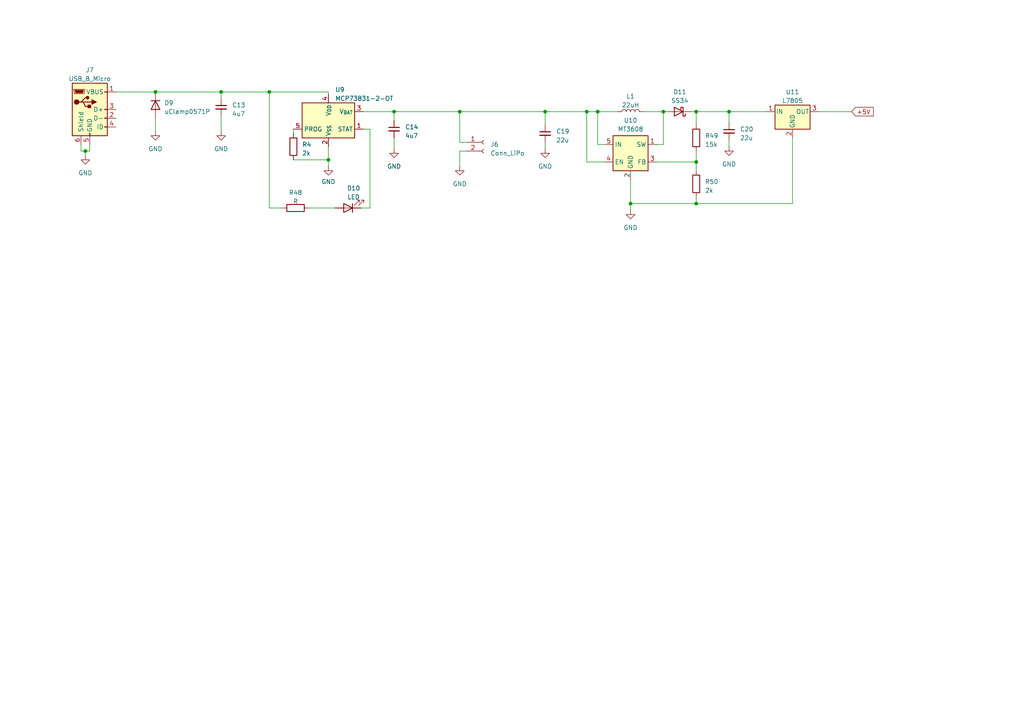
<source format=kicad_sch>
(kicad_sch (version 20230121) (generator eeschema)
  (paper "A4")
  (lib_symbols
    (symbol "Battery_Management:MCP73831-2-OT"
      (property "Reference" "U" (at -7.62 6.35 0))
      (property "Value" "MCP73831-2-OT" (at 1.27 6.35 0))
      (symbol "MCP73831-2-OT_0_1"
        (rectangle (start -7.62 5.08) (end 7.62 -5.08) (stroke (width 0.254)) (fill (type background)))
      )
      (symbol "MCP73831-2-OT_1_1"
        (pin output line (at 10.16 -2.54 180) (length 2.54) (name "STAT") (number "1"))
        (pin power_in line (at 0 -7.62 90) (length 2.54) (name "V_{SS}") (number "2"))
        (pin power_out line (at 10.16 2.54 180) (length 2.54) (name "V_{BAT}") (number "3"))
        (pin power_in line (at 0 7.62 270) (length 2.54) (name "V_{DD}") (number "4"))
        (pin input line (at -10.16 -2.54 0) (length 2.54) (name "PROG") (number "5"))
      )
    )
    (symbol "Connector:Conn_01x02_Socket" (pin_names (offset 1.016) hide)
      (property "Reference" "J" (at 0 2.54 0))
      (property "Value" "Conn_01x02_Socket" (at 0 -5.08 0))
      (symbol "Conn_01x02_Socket_1_1"
        (arc (start 0 -2.032) (mid -0.5058 -2.54) (end 0 -3.048) (stroke (width 0.1524)))
        (polyline (pts (xy -1.27 -2.54) (xy -0.508 -2.54)) (stroke (width 0.1524)))
        (polyline (pts (xy -1.27 0) (xy -0.508 0)) (stroke (width 0.1524)))
        (arc (start 0 0.508) (mid -0.5058 0) (end 0 -0.508) (stroke (width 0.1524)))
        (pin passive line (at -5.08 0 0) (length 3.81) (name "Pin_1") (number "1"))
        (pin passive line (at -5.08 -2.54 0) (length 3.81) (name "Pin_2") (number "2"))
      )
    )
    (symbol "Connector:USB_B_Micro" (pin_names (offset 1.016))
      (property "Reference" "J" (at -5.08 11.43 0))
      (property "Value" "USB_B_Micro" (at -5.08 8.89 0))
      (symbol "USB_B_Micro_0_1"
        (rectangle (start -5.08 -7.62) (end 5.08 7.62) (stroke (width 0.254)) (fill (type background)))
        (circle (center -3.81 2.159) (radius 0.635) (stroke (width 0.254)) (fill (type outline)))
        (circle (center -0.635 3.429) (radius 0.381) (stroke (width 0.254)) (fill (type outline)))
        (rectangle (start -0.127 -7.62) (end 0.127 -6.858))
        (polyline (pts (xy -1.905 2.159) (xy 0.635 2.159)) (stroke (width 0.254)))
        (polyline (pts (xy -3.175 2.159) (xy -2.54 2.159) (xy -1.27 3.429) (xy -0.635 3.429)) (stroke (width 0.254)))
        (polyline (pts (xy -2.54 2.159) (xy -1.905 2.159) (xy -1.27 0.889) (xy 0 0.889)) (stroke (width 0.254)))
        (polyline (pts (xy 0.635 2.794) (xy 0.635 1.524) (xy 1.905 2.159) (xy 0.635 2.794)) (stroke (width 0.254)) (fill (type outline)))
        (polyline (pts (xy -4.318 5.588) (xy -1.778 5.588) (xy -2.032 4.826) (xy -4.064 4.826) (xy -4.318 5.588)) (fill (type outline)))
        (polyline (pts (xy -4.699 5.842) (xy -4.699 5.588) (xy -4.445 4.826) (xy -4.445 4.572) (xy -1.651 4.572) (xy -1.651 4.826) (xy -1.397 5.588) (xy -1.397 5.842) (xy -4.699 5.842)))
        (rectangle (start 0.254 1.27) (end -0.508 0.508) (stroke (width 0.254)) (fill (type outline)))
        (rectangle (start 5.08 -5.207) (end 4.318 -4.953))
        (rectangle (start 5.08 -2.667) (end 4.318 -2.413))
        (rectangle (start 5.08 -0.127) (end 4.318 0.127))
        (rectangle (start 5.08 4.953) (end 4.318 5.207))
      )
      (symbol "USB_B_Micro_1_1"
        (pin power_out line (at 7.62 5.08 180) (length 2.54) (name "VBUS") (number "1"))
        (pin bidirectional line (at 7.62 -2.54 180) (length 2.54) (name "D-") (number "2"))
        (pin bidirectional line (at 7.62 0 180) (length 2.54) (name "D+") (number "3"))
        (pin passive line (at 7.62 -5.08 180) (length 2.54) (name "ID") (number "4"))
        (pin power_out line (at 0 -10.16 90) (length 2.54) (name "GND") (number "5"))
        (pin passive line (at -2.54 -10.16 90) (length 2.54) (name "Shield") (number "6"))
      )
    )
    (symbol "Device:C_Small" (pin_numbers hide) (pin_names (offset 0.254) hide)
      (property "Reference" "C" (at 0.254 1.778 0))
      (property "Value" "C_Small" (at 0.254 -2.032 0))
      (symbol "C_Small_0_1"
        (polyline (pts (xy -1.524 -0.508) (xy 1.524 -0.508)) (stroke (width 0.3302)))
        (polyline (pts (xy -1.524 0.508) (xy 1.524 0.508)) (stroke (width 0.3048)))
      )
      (symbol "C_Small_1_1"
        (pin passive line (at 0 2.54 270) (length 2.032) (name "~") (number "1"))
        (pin passive line (at 0 -2.54 90) (length 2.032) (name "~") (number "2"))
      )
    )
    (symbol "Device:D" (pin_numbers hide) (pin_names (offset 1.016) hide)
      (property "Reference" "D" (at 0 2.54 0))
      (property "Value" "D" (at 0 -2.54 0))
      (symbol "D_0_1"
        (polyline (pts (xy -1.27 1.27) (xy -1.27 -1.27)) (stroke (width 0.254)))
        (polyline (pts (xy 1.27 0) (xy -1.27 0)))
        (polyline (pts (xy 1.27 1.27) (xy 1.27 -1.27) (xy -1.27 0) (xy 1.27 1.27)) (stroke (width 0.254)))
      )
      (symbol "D_1_1"
        (pin passive line (at -3.81 0 0) (length 2.54) (name "K") (number "1"))
        (pin passive line (at 3.81 0 180) (length 2.54) (name "A") (number "2"))
      )
    )
    (symbol "Device:D_Schottky" (pin_numbers hide) (pin_names (offset 1.016) hide)
      (property "Reference" "D" (at 0 2.54 0))
      (property "Value" "D_Schottky" (at 0 -2.54 0))
      (symbol "D_Schottky_0_1"
        (polyline (pts (xy 1.27 0) (xy -1.27 0)))
        (polyline (pts (xy 1.27 1.27) (xy 1.27 -1.27) (xy -1.27 0) (xy 1.27 1.27)) (stroke (width 0.254)))
        (polyline (pts (xy -1.905 0.635) (xy -1.905 1.27) (xy -1.27 1.27) (xy -1.27 -1.27) (xy -0.635 -1.27) (xy -0.635 -0.635)) (stroke (width 0.254)))
      )
      (symbol "D_Schottky_1_1"
        (pin passive line (at -3.81 0 0) (length 2.54) (name "K") (number "1"))
        (pin passive line (at 3.81 0 180) (length 2.54) (name "A") (number "2"))
      )
    )
    (symbol "Device:L" (pin_numbers hide) (pin_names (offset 1.016) hide)
      (property "Reference" "L" (at -1.27 0 90))
      (property "Value" "L" (at 1.905 0 90))
      (symbol "L_0_1"
        (arc (start 0 -2.54) (mid 0.6323 -1.905) (end 0 -1.27))
        (arc (start 0 -1.27) (mid 0.6323 -0.635) (end 0 0))
        (arc (start 0 0) (mid 0.6323 0.635) (end 0 1.27))
        (arc (start 0 1.27) (mid 0.6323 1.905) (end 0 2.54))
      )
      (symbol "L_1_1"
        (pin passive line (at 0 3.81 270) (length 1.27) (name "1") (number "1"))
        (pin passive line (at 0 -3.81 90) (length 1.27) (name "2") (number "2"))
      )
    )
    (symbol "Device:LED" (pin_numbers hide) (pin_names (offset 1.016) hide)
      (property "Reference" "D" (at 0 2.54 0))
      (property "Value" "LED" (at 0 -2.54 0))
      (symbol "LED_0_1"
        (polyline (pts (xy -1.27 -1.27) (xy -1.27 1.27)) (stroke (width 0.254)))
        (polyline (pts (xy -1.27 0) (xy 1.27 0)))
        (polyline (pts (xy 1.27 -1.27) (xy 1.27 1.27) (xy -1.27 0) (xy 1.27 -1.27)) (stroke (width 0.254)))
        (polyline (pts (xy -3.048 -0.762) (xy -4.572 -2.286) (xy -3.81 -2.286) (xy -4.572 -2.286) (xy -4.572 -1.524)))
        (polyline (pts (xy -1.778 -0.762) (xy -3.302 -2.286) (xy -2.54 -2.286) (xy -3.302 -2.286) (xy -3.302 -1.524)))
      )
      (symbol "LED_1_1"
        (pin passive line (at -3.81 0 0) (length 2.54) (name "K") (number "1"))
        (pin passive line (at 3.81 0 180) (length 2.54) (name "A") (number "2"))
      )
    )
    (symbol "Device:R" (pin_numbers hide) (pin_names (offset 0))
      (property "Reference" "R" (at 2.032 0 90))
      (property "Value" "R" (at 0 0 90))
      (symbol "R_0_1"
        (rectangle (start -1.016 -2.54) (end 1.016 2.54) (stroke (width 0.254)))
      )
      (symbol "R_1_1"
        (pin passive line (at 0 3.81 270) (length 1.27) (name "~") (number "1"))
        (pin passive line (at 0 -3.81 90) (length 1.27) (name "~") (number "2"))
      )
    )
    (symbol "Regulator_Linear:L7805" (pin_names (offset 0.254))
      (property "Reference" "U" (at -3.81 3.175 0))
      (property "Value" "L7805" (at 0 3.175 0))
      (symbol "L7805_0_1"
        (rectangle (start -5.08 1.905) (end 5.08 -5.08) (stroke (width 0.254)) (fill (type background)))
      )
      (symbol "L7805_1_1"
        (pin power_in line (at -7.62 0 0) (length 2.54) (name "IN") (number "1"))
        (pin power_in line (at 0 -7.62 90) (length 2.54) (name "GND") (number "2"))
        (pin power_out line (at 7.62 0 180) (length 2.54) (name "OUT") (number "3"))
      )
    )
    (symbol "Regulator_Switching:MT3608"
      (property "Reference" "U" (at -2.54 8.89 0))
      (property "Value" "MT3608" (at -3.81 6.35 0))
      (symbol "MT3608_0_1"
        (rectangle (start -5.08 5.08) (end 5.08 -5.08) (stroke (width 0.254)) (fill (type background)))
      )
      (symbol "MT3608_1_1"
        (pin passive line (at 7.62 2.54 180) (length 2.54) (name "SW") (number "1"))
        (pin power_in line (at 0 -7.62 90) (length 2.54) (name "GND") (number "2"))
        (pin input line (at 7.62 -2.54 180) (length 2.54) (name "FB") (number "3"))
        (pin input line (at -7.62 -2.54 0) (length 2.54) (name "EN") (number "4"))
        (pin power_in line (at -7.62 2.54 0) (length 2.54) (name "IN") (number "5"))
        (pin no_connect line (at 5.08 0 180) (length 2.54) hide (name "NC") (number "6"))
      )
    )
    (symbol "power:GND" (power) (pin_names (offset 0))
      (property "Value" "GND" (at 0 -3.81 0))
      (symbol "GND_0_1"
        (polyline (pts (xy 0 0) (xy 0 -1.27) (xy 1.27 -1.27) (xy 0 -2.54) (xy -1.27 -1.27) (xy 0 -1.27)))
      )
      (symbol "GND_1_1"
        (pin power_in line (at 0 0 270) (length 0) hide (name "GND") (number "1"))
      )
    )
  )
  (junction (at 158.115 32.385))
  (junction (at 114.3 32.385))
  (junction (at 45.085 26.67))
  (junction (at 182.88 59.055))
  (junction (at 192.405 32.385))
  (junction (at 95.25 46.355))
  (junction (at 201.93 46.99))
  (junction (at 170.18 32.385))
  (junction (at 64.135 26.67))
  (junction (at 173.355 32.385))
  (junction (at 24.765 43.815))
  (junction (at 133.35 32.385))
  (junction (at 78.105 26.67))
  (junction (at 201.93 32.385))
  (junction (at 201.93 59.055))
  (junction (at 211.455 32.385))
  (wire (pts (xy 182.88 60.96) (xy 182.88 59.055)))
  (wire (pts (xy 64.135 33.655) (xy 64.135 38.1)))
  (wire (pts (xy 133.35 41.275) (xy 135.255 41.275)))
  (wire (pts (xy 133.35 32.385) (xy 133.35 41.275)))
  (wire (pts (xy 175.26 41.91) (xy 173.355 41.91)))
  (wire (pts (xy 201.93 32.385) (xy 211.455 32.385)))
  (wire (pts (xy 247.015 32.385) (xy 237.49 32.385)))
  (wire (pts (xy 170.18 32.385) (xy 173.355 32.385)))
  (wire (pts (xy 158.115 36.195) (xy 158.115 32.385)))
  (wire (pts (xy 95.25 46.355) (xy 95.25 48.26)))
  (wire (pts (xy 192.405 32.385) (xy 193.04 32.385)))
  (wire (pts (xy 23.495 41.91) (xy 23.495 43.815)))
  (wire (pts (xy 173.355 32.385) (xy 179.07 32.385)))
  (wire (pts (xy 85.09 46.355) (xy 95.25 46.355)))
  (wire (pts (xy 182.88 59.055) (xy 182.88 52.07)))
  (wire (pts (xy 114.3 40.005) (xy 114.3 43.18)))
  (wire (pts (xy 211.455 42.545) (xy 211.455 40.64)))
  (wire (pts (xy 201.93 32.385) (xy 201.93 36.195)))
  (wire (pts (xy 173.355 41.91) (xy 173.355 32.385)))
  (wire (pts (xy 133.35 48.26) (xy 133.35 43.815)))
  (wire (pts (xy 170.18 46.99) (xy 175.26 46.99)))
  (wire (pts (xy 24.765 43.815) (xy 26.035 43.815)))
  (wire (pts (xy 133.35 43.815) (xy 135.255 43.815)))
  (wire (pts (xy 114.3 32.385) (xy 133.35 32.385)))
  (wire (pts (xy 158.115 32.385) (xy 170.18 32.385)))
  (wire (pts (xy 64.135 26.67) (xy 78.105 26.67)))
  (wire (pts (xy 89.535 60.325) (xy 97.155 60.325)))
  (wire (pts (xy 133.35 32.385) (xy 158.115 32.385)))
  (wire (pts (xy 81.915 60.325) (xy 78.105 60.325)))
  (wire (pts (xy 104.775 60.325) (xy 107.315 60.325)))
  (wire (pts (xy 229.87 59.055) (xy 201.93 59.055)))
  (wire (pts (xy 95.25 42.545) (xy 95.25 46.355)))
  (wire (pts (xy 85.09 37.465) (xy 85.09 38.735)))
  (wire (pts (xy 192.405 32.385) (xy 192.405 41.91)))
  (wire (pts (xy 26.035 43.815) (xy 26.035 41.91)))
  (wire (pts (xy 201.93 43.815) (xy 201.93 46.99)))
  (wire (pts (xy 23.495 43.815) (xy 24.765 43.815)))
  (wire (pts (xy 192.405 41.91) (xy 190.5 41.91)))
  (wire (pts (xy 33.655 26.67) (xy 45.085 26.67)))
  (wire (pts (xy 201.93 46.99) (xy 201.93 49.53)))
  (wire (pts (xy 229.87 40.005) (xy 229.87 59.055)))
  (wire (pts (xy 45.085 34.29) (xy 45.085 38.1)))
  (wire (pts (xy 78.105 26.67) (xy 95.25 26.67)))
  (wire (pts (xy 45.085 26.67) (xy 64.135 26.67)))
  (wire (pts (xy 201.93 59.055) (xy 182.88 59.055)))
  (wire (pts (xy 24.765 45.085) (xy 24.765 43.815)))
  (wire (pts (xy 95.25 26.67) (xy 95.25 27.305)))
  (wire (pts (xy 114.3 34.925) (xy 114.3 32.385)))
  (wire (pts (xy 190.5 46.99) (xy 201.93 46.99)))
  (wire (pts (xy 107.315 60.325) (xy 107.315 37.465)))
  (wire (pts (xy 64.135 26.67) (xy 64.135 28.575)))
  (wire (pts (xy 201.93 57.15) (xy 201.93 59.055)))
  (wire (pts (xy 186.69 32.385) (xy 192.405 32.385)))
  (wire (pts (xy 158.115 43.18) (xy 158.115 41.275)))
  (wire (pts (xy 200.66 32.385) (xy 201.93 32.385)))
  (wire (pts (xy 107.315 37.465) (xy 105.41 37.465)))
  (wire (pts (xy 211.455 35.56) (xy 211.455 32.385)))
  (wire (pts (xy 114.3 32.385) (xy 105.41 32.385)))
  (wire (pts (xy 170.18 46.99) (xy 170.18 32.385)))
  (wire (pts (xy 78.105 60.325) (xy 78.105 26.67)))
  (wire (pts (xy 211.455 32.385) (xy 222.25 32.385)))
  (global_label "+5V" (shape input) (at 247.015 32.385 0) (property "Intersheetrefs" "${INTERSHEET_REFS}" (effects hide)))
  (symbol (lib_id "power:GND") (at 95.25 48.26 0) (unit 1)
    (property "Reference" "#PWR026" (effects hide))
    (property "Value" "GND" (at 95.25 52.705 0))
  )
  (symbol (lib_id "Device:R") (at 85.09 42.545 0) (unit 1)
    (property "Reference" "R4" (at 87.63 41.91 0) (effects (justify left)))
    (property "Value" "2k" (at 87.63 44.45 0) (effects (justify left)))
  )
  (symbol (lib_id "Connector:Conn_01x02_Socket") (at 140.335 41.275 0) (unit 1)
    (property "Reference" "J6" (at 142.24 41.91 0) (effects (justify left)))
    (property "Value" "Conn_LiPo" (at 142.24 44.45 0) (effects (justify left)))
  )
  (symbol (lib_id "power:GND") (at 182.88 60.96 0) (unit 1)
    (property "Reference" "#PWR030" (effects hide))
    (property "Value" "GND" (at 182.88 66.04 0))
  )
  (symbol (lib_id "power:GND") (at 158.115 43.18 0) (unit 1)
    (property "Reference" "#PWR031" (effects hide))
    (property "Value" "GND" (at 158.115 48.26 0))
  )
  (symbol (lib_id "Device:LED") (at 100.965 60.325 180) (unit 1)
    (property "Reference" "D10" (at 102.5525 54.61 0))
    (property "Value" "LED" (at 102.5525 57.15 0))
  )
  (symbol (lib_id "Regulator_Linear:L7805") (at 229.87 32.385 0) (unit 1)
    (property "Reference" "U11" (at 229.87 26.67 0))
    (property "Value" "L7805" (at 229.87 29.21 0))
    (property "Datasheet" "http://www.st.com/content/ccc/resource/technical/document/datasheet/41/4f/b3/b0/12/d4/47/88/CD00000444.pdf/files/CD00000444.pdf/jcr:content/translations/en.CD00000444.pdf" (effects hide))
  )
  (symbol (lib_id "power:GND") (at 211.455 42.545 0) (unit 1)
    (property "Reference" "#PWR032" (effects hide))
    (property "Value" "GND" (at 211.455 47.625 0))
  )
  (symbol (lib_id "Device:D_Schottky") (at 196.85 32.385 180) (unit 1)
    (property "Reference" "D11" (at 197.1675 26.67 0))
    (property "Value" "SS34" (at 197.1675 29.21 0))
  )
  (symbol (lib_id "Device:R") (at 201.93 40.005 0) (unit 1)
    (property "Reference" "R49" (at 204.47 39.37 0) (effects (justify left)))
    (property "Value" "15k" (at 204.47 41.91 0) (effects (justify left)))
  )
  (symbol (lib_id "power:GND") (at 45.085 38.1 0) (unit 1)
    (property "Reference" "#PWR010" (effects hide))
    (property "Value" "GND" (at 45.085 43.18 0))
  )
  (symbol (lib_id "Device:R") (at 85.725 60.325 90) (unit 1)
    (property "Reference" "R48" (at 85.725 55.88 90))
    (property "Value" "R" (at 85.725 58.42 90))
  )
  (symbol (lib_id "Device:D") (at 45.085 30.48 270) (unit 1)
    (property "Reference" "D9" (at 47.625 29.845 90) (effects (justify left)))
    (property "Value" "uClamp0571P" (at 47.625 32.385 90) (effects (justify left)))
    (property "Sim.Device" "D" (effects hide))
    (property "Sim.Pins" "1=K 2=A" (effects hide))
  )
  (symbol (lib_id "Device:R") (at 201.93 53.34 0) (unit 1)
    (property "Reference" "R50" (at 204.47 52.705 0) (effects (justify left)))
    (property "Value" "2k" (at 204.47 55.245 0) (effects (justify left)))
  )
  (symbol (lib_id "Battery_Management:MCP73831-2-OT") (at 95.25 34.925 0) (unit 1)
    (property "Reference" "U9" (at 97.2059 26.035 0) (effects (justify left)))
    (property "Value" "MCP73831-2-OT" (at 97.2059 28.575 0) (effects (justify left)))
    (property "Footprint" "Package_TO_SOT_SMD:SOT-23-5" (effects hide))
    (property "Datasheet" "http://ww1.microchip.com/downloads/en/DeviceDoc/20001984g.pdf" (effects hide))
  )
  (symbol (lib_id "Device:L") (at 182.88 32.385 90) (unit 1)
    (property "Reference" "L1" (at 182.88 27.94 90))
    (property "Value" "22uH" (at 182.88 30.48 90))
  )
  (symbol (lib_id "power:GND") (at 133.35 48.26 0) (unit 1)
    (property "Reference" "#PWR029" (effects hide))
    (property "Value" "GND" (at 133.35 53.34 0))
  )
  (symbol (lib_id "Device:C_Small") (at 114.3 37.465 0) (unit 1)
    (property "Reference" "C14" (at 117.475 36.8363 0) (effects (justify left)))
    (property "Value" "4u7" (at 117.475 39.3763 0) (effects (justify left)))
  )
  (symbol (lib_id "Regulator_Switching:MT3608") (at 182.88 44.45 0) (unit 1)
    (property "Reference" "U10" (at 182.88 34.925 0))
    (property "Value" "MT3608" (at 182.88 37.465 0))
    (property "Footprint" "Package_TO_SOT_SMD:SOT-23-6" (effects hide))
    (property "Datasheet" "https://www.olimex.com/Products/Breadboarding/BB-PWR-3608/resources/MT3608.pdf" (effects hide))
  )
  (symbol (lib_id "Device:C_Small") (at 64.135 31.115 0) (unit 1)
    (property "Reference" "C13" (at 67.31 30.4863 0) (effects (justify left)))
    (property "Value" "4u7" (at 67.31 33.0263 0) (effects (justify left)))
  )
  (symbol (lib_id "power:GND") (at 24.765 45.085 0) (unit 1)
    (property "Reference" "#PWR09" (effects hide))
    (property "Value" "GND" (at 24.765 50.165 0))
  )
  (symbol (lib_id "power:GND") (at 114.3 43.18 0) (unit 1)
    (property "Reference" "#PWR028" (effects hide))
    (property "Value" "GND" (at 114.3 48.26 0))
  )
  (symbol (lib_id "Device:C_Small") (at 211.455 38.1 0) (unit 1)
    (property "Reference" "C20" (at 214.63 37.4713 0) (effects (justify left)))
    (property "Value" "22u" (at 214.63 40.0113 0) (effects (justify left)))
  )
  (symbol (lib_id "Connector:USB_B_Micro") (at 26.035 31.75 0) (unit 1)
    (property "Reference" "J7" (at 26.035 20.32 0))
    (property "Value" "USB_B_Micro" (at 26.035 22.86 0))
  )
  (symbol (lib_id "Device:C_Small") (at 158.115 38.735 0) (unit 1)
    (property "Reference" "C19" (at 161.29 38.1063 0) (effects (justify left)))
    (property "Value" "22u" (at 161.29 40.6463 0) (effects (justify left)))
  )
  (symbol (lib_id "power:GND") (at 64.135 38.1 0) (unit 1)
    (property "Reference" "#PWR027" (effects hide))
    (property "Value" "GND" (at 64.135 43.18 0))
  )
)
</source>
